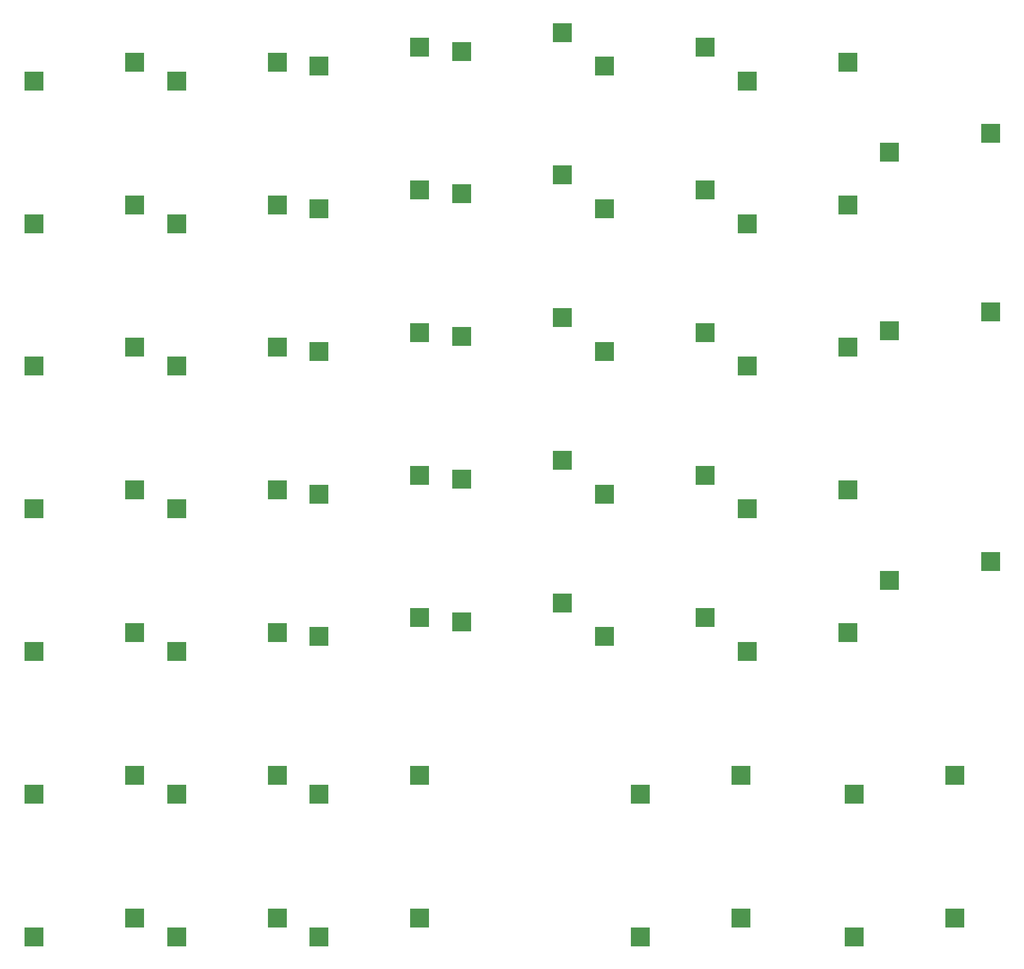
<source format=gbr>
%TF.GenerationSoftware,KiCad,Pcbnew,5.1.10-88a1d61d58~88~ubuntu20.04.1*%
%TF.CreationDate,2021-05-17T22:02:50+01:00*%
%TF.ProjectId,left_side,6c656674-5f73-4696-9465-2e6b69636164,rev?*%
%TF.SameCoordinates,Original*%
%TF.FileFunction,Paste,Bot*%
%TF.FilePolarity,Positive*%
%FSLAX46Y46*%
G04 Gerber Fmt 4.6, Leading zero omitted, Abs format (unit mm)*
G04 Created by KiCad (PCBNEW 5.1.10-88a1d61d58~88~ubuntu20.04.1) date 2021-05-17 22:02:50*
%MOMM*%
%LPD*%
G01*
G04 APERTURE LIST*
%ADD10R,2.550000X2.500000*%
G04 APERTURE END LIST*
D10*
%TO.C,SW1x6*%
X178940000Y86680000D03*
X165390000Y84140000D03*
%TD*%
%TO.C,SW0x0*%
X63740000Y120280000D03*
X50190000Y117740000D03*
%TD*%
%TO.C,SW0x1*%
X82940000Y120280000D03*
X69390000Y117740000D03*
%TD*%
%TO.C,SW0x2*%
X102140000Y122280000D03*
X88590000Y119740000D03*
%TD*%
%TO.C,SW0x3*%
X121340000Y124280000D03*
X107790000Y121740000D03*
%TD*%
%TO.C,SW0x4*%
X140540000Y122280000D03*
X126990000Y119740000D03*
%TD*%
%TO.C,SW0x5*%
X159740000Y120280000D03*
X146190000Y117740000D03*
%TD*%
%TO.C,SW0x6*%
X178940000Y110680000D03*
X165390000Y108140000D03*
%TD*%
%TO.C,SW1x0*%
X63740000Y101080000D03*
X50190000Y98540000D03*
%TD*%
%TO.C,SW1x1*%
X82940000Y101080000D03*
X69390000Y98540000D03*
%TD*%
%TO.C,SW1x2*%
X102140000Y103080000D03*
X88590000Y100540000D03*
%TD*%
%TO.C,SW1x3*%
X121340000Y105080000D03*
X107790000Y102540000D03*
%TD*%
%TO.C,SW1x4*%
X140540000Y103080000D03*
X126990000Y100540000D03*
%TD*%
%TO.C,SW1x5*%
X159740000Y101080000D03*
X146190000Y98540000D03*
%TD*%
%TO.C,SW2x0*%
X63740000Y81880000D03*
X50190000Y79340000D03*
%TD*%
%TO.C,SW2x1*%
X82940000Y81880000D03*
X69390000Y79340000D03*
%TD*%
%TO.C,SW2x2*%
X102140000Y83880000D03*
X88590000Y81340000D03*
%TD*%
%TO.C,SW2x3*%
X121340000Y85880000D03*
X107790000Y83340000D03*
%TD*%
%TO.C,SW2x4*%
X140540000Y83880000D03*
X126990000Y81340000D03*
%TD*%
%TO.C,SW2x5*%
X159740000Y81880000D03*
X146190000Y79340000D03*
%TD*%
%TO.C,SW3x0*%
X63740000Y62680000D03*
X50190000Y60140000D03*
%TD*%
%TO.C,SW3x1*%
X82940000Y62680000D03*
X69390000Y60140000D03*
%TD*%
%TO.C,SW3x2*%
X102140000Y64680000D03*
X88590000Y62140000D03*
%TD*%
%TO.C,SW3x3*%
X121340000Y66680000D03*
X107790000Y64140000D03*
%TD*%
%TO.C,SW3x4*%
X140540000Y64680000D03*
X126990000Y62140000D03*
%TD*%
%TO.C,SW3x5*%
X159740000Y62680000D03*
X146190000Y60140000D03*
%TD*%
%TO.C,SW3x6*%
X178940000Y53080000D03*
X165390000Y50540000D03*
%TD*%
%TO.C,SW4x0*%
X63740000Y43480000D03*
X50190000Y40940000D03*
%TD*%
%TO.C,SW4x1*%
X82940000Y43480000D03*
X69390000Y40940000D03*
%TD*%
%TO.C,SW4x2*%
X102140000Y45480000D03*
X88590000Y42940000D03*
%TD*%
%TO.C,SW4x3*%
X121340000Y47480000D03*
X107790000Y44940000D03*
%TD*%
%TO.C,SW4x4*%
X140540000Y45480000D03*
X126990000Y42940000D03*
%TD*%
%TO.C,SW4x5*%
X159740000Y43480000D03*
X146190000Y40940000D03*
%TD*%
%TO.C,SW5x0*%
X63740000Y24280000D03*
X50190000Y21740000D03*
%TD*%
%TO.C,SW5x1*%
X82940000Y24280000D03*
X69390000Y21740000D03*
%TD*%
%TO.C,SW5x2*%
X102140000Y24280000D03*
X88590000Y21740000D03*
%TD*%
%TO.C,SW5x4*%
X145340000Y24280000D03*
X131790000Y21740000D03*
%TD*%
%TO.C,SW5x6*%
X174140000Y24280000D03*
X160590000Y21740000D03*
%TD*%
%TO.C,SW6x0*%
X63740000Y5080000D03*
X50190000Y2540000D03*
%TD*%
%TO.C,SW6x1*%
X82940000Y5080000D03*
X69390000Y2540000D03*
%TD*%
%TO.C,SW6x2*%
X102140000Y5080000D03*
X88590000Y2540000D03*
%TD*%
%TO.C,SW6x4*%
X145340000Y5080000D03*
X131790000Y2540000D03*
%TD*%
%TO.C,SW6x6*%
X174140000Y5080000D03*
X160590000Y2540000D03*
%TD*%
M02*

</source>
